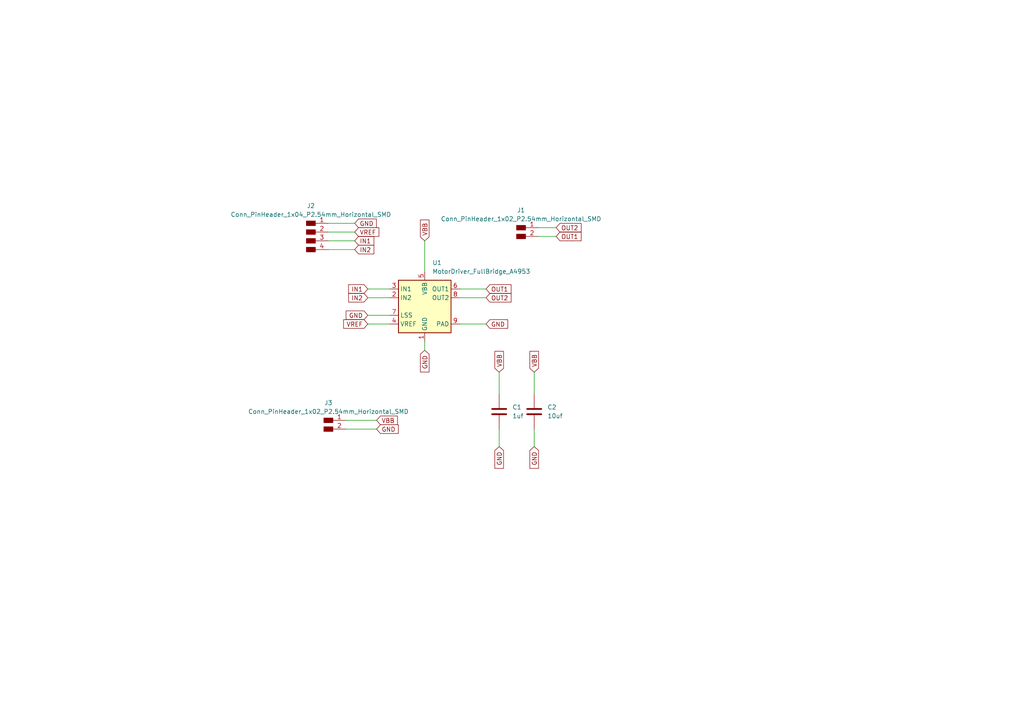
<source format=kicad_sch>
(kicad_sch (version 20231120) (generator "eeschema") (generator_version "8.0")
  (paper "A4")
  (lib_symbols
    (symbol "fab:C_1206" (pin_numbers hide)
      (property "Reference" "C" (at 0.635 2.54 0))
      (property "Value" "C_1206" (at 0.635 -2.54 0))
      (symbol "C_1206_0_1"
        (polyline (pts (xy -2.032 -0.762) (xy 2.032 -0.762)) (stroke (width 0.508)))
        (polyline (pts (xy -2.032 0.762) (xy 2.032 0.762)) (stroke (width 0.508)))
        (polyline (pts (xy 0 -0.635) (xy 0 -2.54)))
        (polyline (pts (xy 0 0.635) (xy 0 2.54)))
      )
      (symbol "C_1206_1_1"
        (pin passive line (at 0 5.08 270) (length 2.54) (name "~") (number "1"))
        (pin passive line (at 0 -5.08 90) (length 2.54) (name "~") (number "2"))
      )
    )
    (symbol "fab:Conn_PinHeader_1x02_P2.54mm_Horizontal_SMD" (pin_names hide)
      (property "Reference" "J" (at 0 2.54 0))
      (property "Value" "Conn_PinHeader_1x02_P2.54mm_Horizontal_SMD" (at 0 -5.08 0))
      (symbol "Conn_PinHeader_1x02_P2.54mm_Horizontal_SMD_1_1"
        (rectangle (start -1.27 -1.905) (end 1.27 -3.175) (stroke (width 0.254)) (fill (type outline)))
        (rectangle (start -1.27 0.635) (end 1.27 -0.635) (stroke (width 0.254)) (fill (type outline)))
        (pin passive line (at 5.08 0 180) (length 3.81) (name "Pin_1") (number "1"))
        (pin passive line (at 5.08 -2.54 180) (length 3.81) (name "Pin_2") (number "2"))
      )
    )
    (symbol "fab:Conn_PinHeader_1x04_P2.54mm_Horizontal_SMD" (pin_names hide)
      (property "Reference" "J" (at 0 5.08 0))
      (property "Value" "Conn_PinHeader_1x04_P2.54mm_Horizontal_SMD" (at 0 -7.62 0))
      (symbol "Conn_PinHeader_1x04_P2.54mm_Horizontal_SMD_1_1"
        (rectangle (start -1.27 -4.445) (end 1.27 -5.715) (stroke (width 0.254)) (fill (type outline)))
        (rectangle (start -1.27 -1.905) (end 1.27 -3.175) (stroke (width 0.254)) (fill (type outline)))
        (rectangle (start -1.27 0.635) (end 1.27 -0.635) (stroke (width 0.254)) (fill (type outline)))
        (rectangle (start -1.27 3.175) (end 1.27 1.905) (stroke (width 0.254)) (fill (type outline)))
        (pin passive line (at 5.08 2.54 180) (length 3.81) (name "Pin_1") (number "1"))
        (pin passive line (at 5.08 0 180) (length 3.81) (name "Pin_2") (number "2"))
        (pin passive line (at 5.08 -2.54 180) (length 3.81) (name "Pin_3") (number "3"))
        (pin passive line (at 5.08 -5.08 180) (length 3.81) (name "Pin_4") (number "4"))
      )
    )
    (symbol "fab:MotorDriver_FullBridge_A4953"
      (property "Reference" "U" (at -7.62 8.89 0))
      (property "Value" "MotorDriver_FullBridge_A4953" (at 1.27 8.89 0))
      (symbol "MotorDriver_FullBridge_A4953_0_1"
        (rectangle (start -7.62 7.62) (end 7.62 -7.62) (stroke (width 0.254)) (fill (type background)))
      )
      (symbol "MotorDriver_FullBridge_A4953_1_1"
        (pin power_in line (at 0 -10.16 90) (length 2.54) (name "GND") (number "1"))
        (pin input line (at -10.16 2.54 0) (length 2.54) (name "IN2") (number "2"))
        (pin input line (at -10.16 5.08 0) (length 2.54) (name "IN1") (number "3"))
        (pin input line (at -10.16 -5.08 0) (length 2.54) (name "VREF") (number "4"))
        (pin power_in line (at 0 10.16 270) (length 2.54) (name "VBB") (number "5"))
        (pin output line (at 10.16 5.08 180) (length 2.54) (name "OUT1") (number "6"))
        (pin input line (at -10.16 -2.54 0) (length 2.54) (name "LSS") (number "7"))
        (pin output line (at 10.16 2.54 180) (length 2.54) (name "OUT2") (number "8"))
        (pin passive line (at 10.16 -5.08 180) (length 2.54) (name "PAD") (number "9"))
      )
    )
  )
  (wire (pts (xy 123.19 69.85) (xy 123.19 78.74)))
  (wire (pts (xy 106.68 83.82) (xy 113.03 83.82)))
  (wire (pts (xy 106.68 86.36) (xy 113.03 86.36)))
  (wire (pts (xy 123.19 99.06) (xy 123.19 101.6)))
  (wire (pts (xy 106.68 93.98) (xy 113.03 93.98)))
  (wire (pts (xy 95.25 67.31) (xy 102.87 67.31)))
  (wire (pts (xy 156.21 68.58) (xy 161.29 68.58)))
  (wire (pts (xy 154.94 107.95) (xy 154.94 114.3)))
  (wire (pts (xy 144.78 124.46) (xy 144.78 129.54)))
  (wire (pts (xy 106.68 91.44) (xy 113.03 91.44)))
  (wire (pts (xy 133.35 83.82) (xy 140.97 83.82)))
  (wire (pts (xy 133.35 93.98) (xy 140.97 93.98)))
  (wire (pts (xy 95.25 72.39) (xy 102.87 72.39)))
  (wire (pts (xy 156.21 66.04) (xy 161.29 66.04)))
  (wire (pts (xy 95.25 64.77) (xy 102.87 64.77)))
  (wire (pts (xy 154.94 124.46) (xy 154.94 129.54)))
  (wire (pts (xy 100.33 121.92) (xy 109.22 121.92)))
  (wire (pts (xy 100.33 124.46) (xy 109.22 124.46)))
  (wire (pts (xy 144.78 107.95) (xy 144.78 114.3)))
  (wire (pts (xy 133.35 86.36) (xy 140.97 86.36)))
  (wire (pts (xy 95.25 69.85) (xy 102.87 69.85)))
  (global_label "GND" (shape input) (at 106.68 91.44 180) (property "Intersheetrefs" "${INTERSHEET_REFS}" (effects (hide yes))))
  (global_label "OUT1" (shape input) (at 140.97 83.82 0) (property "Intersheetrefs" "${INTERSHEET_REFS}" (effects (hide yes))))
  (global_label "IN2" (shape input) (at 106.68 86.36 180) (property "Intersheetrefs" "${INTERSHEET_REFS}" (effects (hide yes))))
  (global_label "GND" (shape input) (at 144.78 129.54 270) (property "Intersheetrefs" "${INTERSHEET_REFS}" (effects (hide yes))))
  (global_label "VBB" (shape input) (at 154.94 107.95 90) (property "Intersheetrefs" "${INTERSHEET_REFS}" (effects (hide yes))))
  (global_label "VBB" (shape input) (at 109.22 121.92 0) (property "Intersheetrefs" "${INTERSHEET_REFS}" (effects (hide yes))))
  (global_label "VREF" (shape input) (at 106.68 93.98 180) (property "Intersheetrefs" "${INTERSHEET_REFS}" (effects (hide yes))))
  (global_label "GND" (shape input) (at 154.94 129.54 270) (property "Intersheetrefs" "${INTERSHEET_REFS}" (effects (hide yes))))
  (global_label "VBB" (shape input) (at 144.78 107.95 90) (property "Intersheetrefs" "${INTERSHEET_REFS}" (effects (hide yes))))
  (global_label "OUT1" (shape input) (at 161.29 68.58 0) (property "Intersheetrefs" "${INTERSHEET_REFS}" (effects (hide yes))))
  (global_label "GND" (shape input) (at 123.19 101.6 270) (property "Intersheetrefs" "${INTERSHEET_REFS}" (effects (hide yes))))
  (global_label "VBB" (shape input) (at 123.19 69.85 90) (property "Intersheetrefs" "${INTERSHEET_REFS}" (effects (hide yes))))
  (global_label "GND" (shape input) (at 109.22 124.46 0) (property "Intersheetrefs" "${INTERSHEET_REFS}" (effects (hide yes))))
  (global_label "OUT2" (shape input) (at 140.97 86.36 0) (property "Intersheetrefs" "${INTERSHEET_REFS}" (effects (hide yes))))
  (global_label "GND" (shape input) (at 102.87 64.77 0) (property "Intersheetrefs" "${INTERSHEET_REFS}" (effects (hide yes))))
  (global_label "IN1" (shape input) (at 106.68 83.82 180) (property "Intersheetrefs" "${INTERSHEET_REFS}" (effects (hide yes))))
  (global_label "GND" (shape input) (at 140.97 93.98 0) (property "Intersheetrefs" "${INTERSHEET_REFS}" (effects (hide yes))))
  (global_label "IN2" (shape input) (at 102.87 72.39 0) (property "Intersheetrefs" "${INTERSHEET_REFS}" (effects (hide yes))))
  (global_label "OUT2" (shape input) (at 161.29 66.04 0) (property "Intersheetrefs" "${INTERSHEET_REFS}" (effects (hide yes))))
  (global_label "IN1" (shape input) (at 102.87 69.85 0) (property "Intersheetrefs" "${INTERSHEET_REFS}" (effects (hide yes))))
  (global_label "VREF" (shape input) (at 102.87 67.31 0) (property "Intersheetrefs" "${INTERSHEET_REFS}" (effects (hide yes))))
  (symbol (lib_id "fab:Conn_PinHeader_1x02_P2.54mm_Horizontal_SMD") (at 151.13 66.04 0) (unit 1)
    (property "Reference" "J1" (at 151.13 60.96 0))
    (property "Value" "Conn_PinHeader_1x02_P2.54mm_Horizontal_SMD" (at 151.13 63.5 0))
    (property "Footprint" "fab:PinHeader_1x02_P2.54mm_Horizontal_SMD" (effects (hide yes)))
    (property "Description" "Male connector, single row" (effects (hide yes)))
  )
  (symbol (lib_id "fab:C_1206") (at 154.94 119.38 0) (unit 1)
    (property "Reference" "C2" (at 158.75 118.1099 0) (effects (justify left)))
    (property "Value" "10uf" (at 158.75 120.6499 0) (effects (justify left)))
    (property "Footprint" "fab:C_1206" (effects (hide yes)))
    (property "Datasheet" "https://www.yageo.com/upload/media/product/productsearch/datasheet/mlcc/UPY-GP_NP0_16V-to-50V_18.pdf" (effects (hide yes)))
    (property "Description" "Unpolarized capacitor, SMD, 1206" (effects (hide yes)))
  )
  (symbol (lib_id "fab:Conn_PinHeader_1x02_P2.54mm_Horizontal_SMD") (at 95.25 121.92 0) (unit 1)
    (property "Reference" "J3" (at 95.25 116.84 0))
    (property "Value" "Conn_PinHeader_1x02_P2.54mm_Horizontal_SMD" (at 95.25 119.38 0))
    (property "Footprint" "fab:PinHeader_1x02_P2.54mm_Horizontal_SMD" (effects (hide yes)))
    (property "Description" "Male connector, single row" (effects (hide yes)))
  )
  (symbol (lib_id "fab:C_1206") (at 144.78 119.38 0) (unit 1)
    (property "Reference" "C1" (at 148.59 118.1099 0) (effects (justify left)))
    (property "Value" "1uf" (at 148.59 120.6499 0) (effects (justify left)))
    (property "Footprint" "fab:C_1206" (effects (hide yes)))
    (property "Datasheet" "https://www.yageo.com/upload/media/product/productsearch/datasheet/mlcc/UPY-GP_NP0_16V-to-50V_18.pdf" (effects (hide yes)))
    (property "Description" "Unpolarized capacitor, SMD, 1206" (effects (hide yes)))
  )
  (symbol (lib_id "fab:MotorDriver_FullBridge_A4953") (at 123.19 88.9 0) (unit 1)
    (property "Reference" "U1" (at 125.3841 76.2 0) (effects (justify left)))
    (property "Value" "MotorDriver_FullBridge_A4953" (at 125.3841 78.74 0) (effects (justify left)))
    (property "Footprint" "fab:SOIC-8_3.9x4.9mm_P1.27mm_EP2.41x3.3mm" (effects (hide yes)))
    (property "Datasheet" "https://www.allegromicro.com/~/media/Files/Datasheets/A4952-3-Datasheet.ashx" (effects (hide yes)))
    (property "Description" "Motor Driver, 40V, 2A, Full-Bridge, DMOS PWM, SOIC-8, Exposed Pad" (effects (hide yes)))
  )
  (symbol (lib_id "fab:Conn_PinHeader_1x04_P2.54mm_Horizontal_SMD") (at 90.17 67.31 0) (unit 1)
    (property "Reference" "J2" (at 90.17 59.69 0))
    (property "Value" "Conn_PinHeader_1x04_P2.54mm_Horizontal_SMD" (at 90.17 62.23 0))
    (property "Footprint" "fab:PinHeader_1x04_P2.54mm_Horizontal_SMD" (effects (hide yes)))
    (property "Description" "Male connector, single row" (effects (hide yes)))
  )
)
</source>
